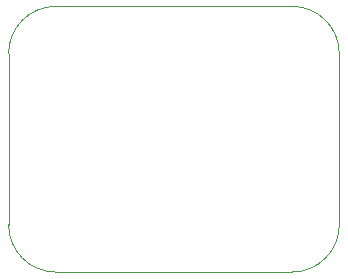
<source format=gbr>
%TF.GenerationSoftware,KiCad,Pcbnew,8.0.0-8.0.0-1~ubuntu22.04.1*%
%TF.CreationDate,2024-02-29T22:18:46-05:00*%
%TF.ProjectId,ezUSB,657a5553-422e-46b6-9963-61645f706362,rev?*%
%TF.SameCoordinates,Original*%
%TF.FileFunction,Profile,NP*%
%FSLAX46Y46*%
G04 Gerber Fmt 4.6, Leading zero omitted, Abs format (unit mm)*
G04 Created by KiCad (PCBNEW 8.0.0-8.0.0-1~ubuntu22.04.1) date 2024-02-29 22:18:46*
%MOMM*%
%LPD*%
G01*
G04 APERTURE LIST*
%TA.AperFunction,Profile*%
%ADD10C,0.050000*%
%TD*%
G04 APERTURE END LIST*
D10*
X85500000Y-96750000D02*
X65500000Y-96750000D01*
X89500000Y-92750000D02*
G75*
G02*
X85500000Y-96750000I-4000000J0D01*
G01*
X61500000Y-92750000D02*
X61500000Y-78250000D01*
X61500000Y-78250000D02*
G75*
G02*
X65500000Y-74250000I4000000J0D01*
G01*
X65500000Y-74250000D02*
X85500000Y-74250000D01*
X89500000Y-78250000D02*
X89500000Y-92750000D01*
X85500000Y-74250000D02*
G75*
G02*
X89500000Y-78250000I0J-4000000D01*
G01*
X65500000Y-96750000D02*
G75*
G02*
X61500000Y-92750000I0J4000000D01*
G01*
M02*

</source>
